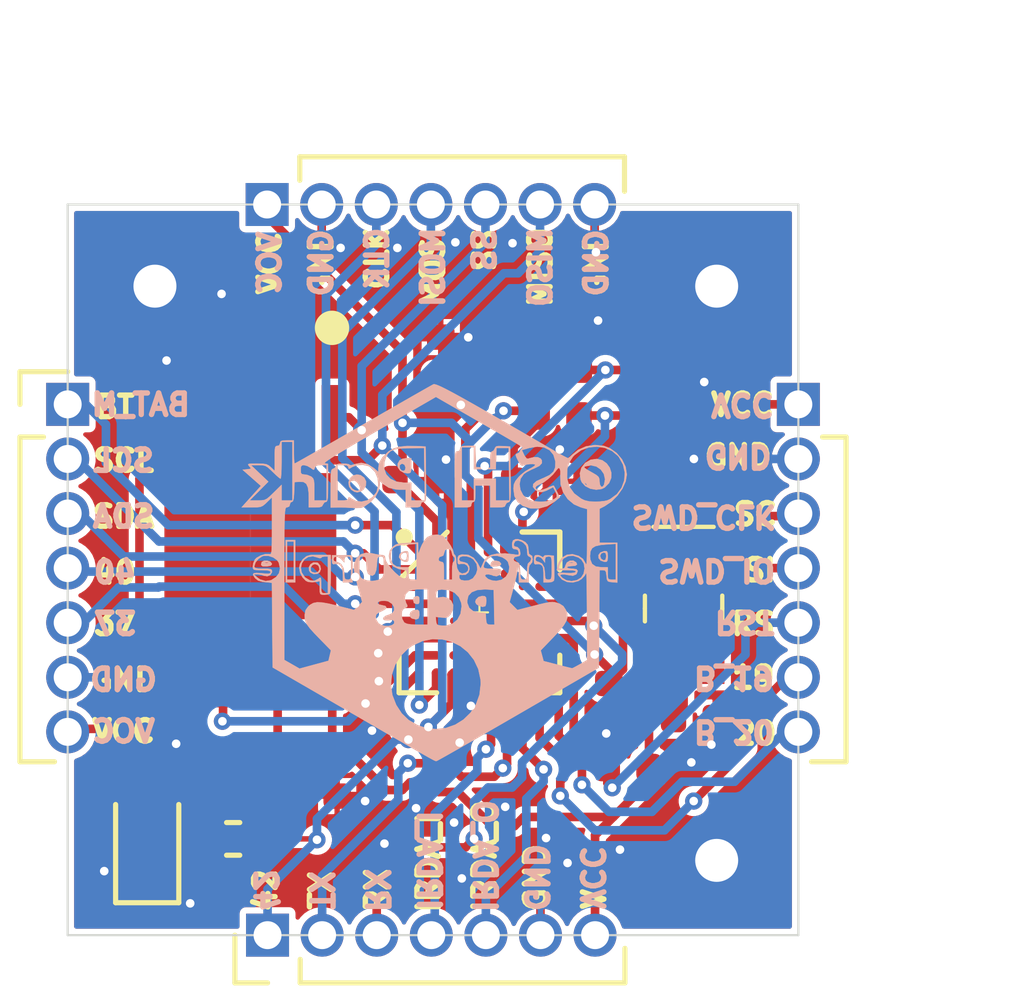
<source format=kicad_pcb>
(kicad_pcb (version 20171130) (host pcbnew 5.1.7+dfsg1-1~bpo10+1)
  (layers (0 F.Cu signal) (31 B.Cu signal) (34 B.Paste user) (35 F.Paste user) (36 B.SilkS user) (37 F.SilkS user) (38 B.Mask user) (39 F.Mask user) (44 Edge.Cuts user))
  (net 0 "")
  (net 1 GND)
  (net 2 VCC)
  (net 3 /SCL)
  (net 4 /SDA)
  (net 5 /42)
  (net 6 /X0)
  (net 7 /X1)
  (net 8 /40)
  (net 9 /37)
  (net 10 /HS_OSC_9)
  (net 11 /RST)
  (net 12 /B_20)
  (net 13 /B_19)
  (net 14 "Net-(R2-Pad2)")
  (net 15 "Net-(R3-Pad2)")
  (net 16 /BAT_M)
  (net 17 /MOSI)
  (net 18 /SS)
  (net 19 /CLK)
  (net 20 /MISO)
  (net 21 /IrDA_I)
  (net 22 /TX)
  (net 23 /RX)
  (net 24 /IrDA_O)
  (net 25 /SWD_CLK)
  (net 26 /SWD_IO)
  (net 27 "Net-(D1-Pad2)")
  (module Connector_PinHeader_1.27mm:PinHeader_1x07_P1.27mm_Vertical (layer F.Cu) (at 89.55 82.74 90)
    (fp_text reference J3 hide)
    (fp_text value BOTTOM hide)
    (pad 1 thru_hole rect (at 0 0 90) (size 1 1) (drill 0.65) (layers *.Cu *.Mask) (net 5 /42))
    (pad 2 thru_hole oval (at 0 1.27 90) (size 1 1) (drill 0.65) (layers *.Cu *.Mask) (net 22 /TX))
    (pad 3 thru_hole oval (at 0 2.54 90) (size 1 1) (drill 0.65) (layers *.Cu *.Mask) (net 23 /RX))
    (pad 4 thru_hole oval (at 0 3.81 90) (size 1 1) (drill 0.65) (layers *.Cu *.Mask) (net 21 /IrDA_I))
    (pad 5 thru_hole oval (at 0 5.08 90) (size 1 1) (drill 0.65) (layers *.Cu *.Mask) (net 24 /IrDA_O))
    (pad 6 thru_hole oval (at 0 6.35 90) (size 1 1) (drill 0.65) (layers *.Cu *.Mask) (net 1 GND))
    (pad 7 thru_hole oval (at 0 7.62 90) (size 1 1) (drill 0.65) (layers *.Cu *.Mask) (net 2 VCC))
  )
  (module Connector_PinHeader_1.27mm:PinHeader_1x07_P1.27mm_Vertical (layer F.Cu) (at 101.9 70.39)
    (fp_text reference J2 hide)
    (fp_text value RIGHT hide)
    (pad 7 thru_hole oval (at 0 7.62) (size 1 1) (drill 0.65) (layers *.Cu *.Mask) (net 12 /B_20))
    (pad 6 thru_hole oval (at 0 6.35) (size 1 1) (drill 0.65) (layers *.Cu *.Mask) (net 13 /B_19))
    (pad 5 thru_hole oval (at 0 5.08) (size 1 1) (drill 0.65) (layers *.Cu *.Mask) (net 11 /RST))
    (pad 4 thru_hole oval (at 0 3.81) (size 1 1) (drill 0.65) (layers *.Cu *.Mask) (net 26 /SWD_IO))
    (pad 3 thru_hole oval (at 0 2.54) (size 1 1) (drill 0.65) (layers *.Cu *.Mask) (net 25 /SWD_CLK))
    (pad 2 thru_hole oval (at 0 1.27) (size 1 1) (drill 0.65) (layers *.Cu *.Mask) (net 1 GND))
    (pad 1 thru_hole rect (at 0 0) (size 1 1) (drill 0.65) (layers *.Cu *.Mask) (net 2 VCC))
  )
  (module Connector_PinHeader_1.27mm:PinHeader_1x07_P1.27mm_Vertical (layer F.Cu) (at 89.54 65.74 90)
    (fp_text reference J1 hide)
    (fp_text value TOP hide)
    (pad 1 thru_hole rect (at 0 0 90) (size 1 1) (drill 0.65) (layers *.Cu *.Mask) (net 2 VCC))
    (pad 2 thru_hole oval (at 0 1.27 90) (size 1 1) (drill 0.65) (layers *.Cu *.Mask) (net 1 GND))
    (pad 3 thru_hole oval (at 0 2.54 90) (size 1 1) (drill 0.65) (layers *.Cu *.Mask) (net 19 /CLK))
    (pad 4 thru_hole oval (at 0 3.81 90) (size 1 1) (drill 0.65) (layers *.Cu *.Mask) (net 17 /MOSI))
    (pad 5 thru_hole oval (at 0 5.08 90) (size 1 1) (drill 0.65) (layers *.Cu *.Mask) (net 18 /SS))
    (pad 6 thru_hole oval (at 0 6.35 90) (size 1 1) (drill 0.65) (layers *.Cu *.Mask) (net 20 /MISO))
    (pad 7 thru_hole oval (at 0 7.62 90) (size 1 1) (drill 0.65) (layers *.Cu *.Mask) (net 1 GND))
  )
  (module Connector_PinHeader_1.27mm:PinHeader_1x07_P1.27mm_Vertical (layer F.Cu) (at 84.9 70.39)
    (fp_text reference J4 hide)
    (fp_text value LEFT hide)
    (pad 7 thru_hole oval (at 0 7.62) (size 1 1) (drill 0.65) (layers *.Cu *.Mask) (net 2 VCC))
    (pad 6 thru_hole oval (at 0 6.35) (size 1 1) (drill 0.65) (layers *.Cu *.Mask) (net 1 GND))
    (pad 5 thru_hole oval (at 0 5.08) (size 1 1) (drill 0.65) (layers *.Cu *.Mask) (net 9 /37))
    (pad 4 thru_hole oval (at 0 3.81) (size 1 1) (drill 0.65) (layers *.Cu *.Mask) (net 8 /40))
    (pad 3 thru_hole oval (at 0 2.54) (size 1 1) (drill 0.65) (layers *.Cu *.Mask) (net 4 /SDA))
    (pad 2 thru_hole oval (at 0 1.27) (size 1 1) (drill 0.65) (layers *.Cu *.Mask) (net 3 /SCL))
    (pad 1 thru_hole rect (at 0 0) (size 1 1) (drill 0.65) (layers *.Cu *.Mask) (net 16 /BAT_M))
  )
  (module parts:OSH_10x10 (layer B.Cu) (at 93.4 74.5 180)
    (fp_text reference G*** hide)
    (fp_text value LOGO hide)
  )
  (module BGA64:BGA-64_3.5x3.5mm_Layout8x8_P0.4mm_cheap (layer F.Cu) (at 94.48 75.23)
    (fp_text reference IC1 hide)
    (fp_text value EOS-S3-BGA64)
    (pad A5 smd circle (at 0.2 -1.4) (size 0.17 0.17) (layers F.Cu F.Paste F.Mask) (net 25 /SWD_CLK))
    (pad G4 smd circle (at -0.2 1) (size 0.17 0.17) (layers F.Cu F.Paste F.Mask) (net 1 GND))
    (pad H5 smd circle (at 0.2 1.4) (size 0.17 0.17) (layers F.Cu F.Paste F.Mask) (net 21 /IrDA_I))
    (pad H7 smd circle (at 1 1.4) (size 0.17 0.17) (layers F.Cu F.Paste F.Mask) (net 24 /IrDA_O))
    (pad H6 smd circle (at 0.6 1.4) (size 0.17 0.17) (layers F.Cu F.Paste F.Mask) (net 22 /TX))
    (pad H4 smd circle (at -0.2 1.4) (size 0.17 0.17) (layers F.Cu F.Paste F.Mask) (net 1 GND))
    (pad F6 smd circle (at 0.6 0.6) (size 0.17 0.17) (layers F.Cu F.Paste F.Mask) (net 2 VCC))
    (pad F5 smd circle (at 0.2 0.6) (size 0.17 0.17) (layers F.Cu F.Paste F.Mask) (net 2 VCC))
    (pad F4 smd circle (at -0.2 0.6) (size 0.17 0.17) (layers F.Cu F.Paste F.Mask) (net 2 VCC))
    (pad F1 smd circle (at -1.4 0.6) (size 0.17 0.17) (layers F.Cu F.Paste F.Mask) (net 19 /CLK))
    (pad F2 smd circle (at -1 0.6) (size 0.17 0.17) (layers F.Cu F.Paste F.Mask) (net 19 /CLK))
    (pad E8 smd circle (at 1.4 0.2) (size 0.17 0.17) (layers F.Cu F.Paste F.Mask) (net 23 /RX))
    (pad D5 smd circle (at 0.2 -0.2) (size 0.17 0.17) (layers F.Cu F.Paste F.Mask) (net 1 GND))
    (pad D1 smd circle (at -1.4 -0.2) (size 0.17 0.17) (layers F.Cu F.Paste F.Mask) (net 8 /40))
    (pad C5 smd circle (at 0.2 -0.6) (size 0.17 0.17) (layers F.Cu F.Paste F.Mask))
    (pad C3 smd circle (at -0.6 -0.6) (size 0.17 0.17) (layers F.Cu F.Paste F.Mask) (net 1 GND))
    (pad B5 smd circle (at 0.2 -1) (size 0.17 0.17) (layers F.Cu F.Paste F.Mask))
    (pad B3 smd circle (at -0.6 -1) (size 0.17 0.17) (layers F.Cu F.Paste F.Mask) (net 1 GND))
    (pad B2 smd circle (at -1 -1) (size 0.17 0.17) (layers F.Cu F.Paste F.Mask) (net 2 VCC))
    (pad A4 smd circle (at -0.2 -1.4) (size 0.17 0.17) (layers F.Cu F.Paste F.Mask) (net 10 /HS_OSC_9))
    (pad A3 smd circle (at -0.6 -1.4) (size 0.17 0.17) (layers F.Cu F.Paste F.Mask) (net 1 GND))
    (pad A2 smd circle (at -1 -1.4) (size 0.17 0.17) (layers F.Cu F.Paste F.Mask) (net 2 VCC))
    (pad A1 smd circle (at -1.4 -1.4) (size 0.17 0.17) (layers F.Cu F.Paste F.Mask) (net 16 /BAT_M))
    (pad B1 smd circle (at -1.4 -1) (size 0.17 0.17) (layers F.Cu F.Paste F.Mask) (net 3 /SCL))
    (pad C1 smd circle (at -1.4 -0.6) (size 0.17 0.17) (layers F.Cu F.Paste F.Mask) (net 4 /SDA))
    (pad H1 smd circle (at -1.4 1.4) (size 0.17 0.17) (layers F.Cu F.Paste F.Mask) (net 5 /42))
    (pad C2 smd circle (at -1 -0.6) (size 0.17 0.17) (layers F.Cu F.Paste F.Mask) (net 2 VCC))
    (pad D2 smd circle (at -1 -0.2) (size 0.17 0.17) (layers F.Cu F.Paste F.Mask) (net 8 /40))
    (pad E2 smd circle (at -1 0.2) (size 0.17 0.17) (layers F.Cu F.Paste F.Mask) (net 17 /MOSI))
    (pad G2 smd circle (at -1 1) (size 0.17 0.17) (layers F.Cu F.Paste F.Mask) (net 9 /37))
    (pad H2 smd circle (at -1 1.4) (size 0.17 0.17) (layers F.Cu F.Paste F.Mask) (net 18 /SS))
    (pad D3 smd circle (at -0.6 -0.2) (size 0.17 0.17) (layers F.Cu F.Paste F.Mask) (net 1 GND))
    (pad E3 smd circle (at -0.6 0.2) (size 0.17 0.17) (layers F.Cu F.Paste F.Mask))
    (pad F3 smd circle (at -0.6 0.6) (size 0.17 0.17) (layers F.Cu F.Paste F.Mask) (net 19 /CLK))
    (pad G3 smd circle (at -0.6 1) (size 0.17 0.17) (layers F.Cu F.Paste F.Mask) (net 1 GND))
    (pad H3 smd circle (at -0.6 1.4) (size 0.17 0.17) (layers F.Cu F.Paste F.Mask) (net 20 /MISO))
    (pad B4 smd circle (at -0.2 -1) (size 0.17 0.17) (layers F.Cu F.Paste F.Mask) (net 10 /HS_OSC_9))
    (pad C4 smd circle (at -0.2 -0.6) (size 0.17 0.17) (layers F.Cu F.Paste F.Mask) (net 10 /HS_OSC_9))
    (pad D4 smd circle (at -0.2 -0.2) (size 0.17 0.17) (layers F.Cu F.Paste F.Mask) (net 1 GND))
    (pad E4 smd circle (at -0.2 0.2) (size 0.17 0.17) (layers F.Cu F.Paste F.Mask) (net 2 VCC))
    (pad D6 smd circle (at 0.6 -0.2) (size 0.17 0.17) (layers F.Cu F.Paste F.Mask) (net 2 VCC))
    (pad E5 smd circle (at 0.2 0.2) (size 0.17 0.17) (layers F.Cu F.Paste F.Mask) (net 1 GND))
    (pad G5 smd circle (at 0.2 1) (size 0.17 0.17) (layers F.Cu F.Paste F.Mask) (net 21 /IrDA_I))
    (pad A6 smd circle (at 0.6 -1.4) (size 0.17 0.17) (layers F.Cu F.Paste F.Mask) (net 2 VCC))
    (pad C6 smd circle (at 0.6 -0.6) (size 0.17 0.17) (layers F.Cu F.Paste F.Mask) (net 26 /SWD_IO))
    (pad E6 smd circle (at 0.6 0.2) (size 0.17 0.17) (layers F.Cu F.Paste F.Mask) (net 2 VCC))
    (pad G6 smd circle (at 0.6 1) (size 0.17 0.17) (layers F.Cu F.Paste F.Mask) (net 22 /TX))
    (pad A7 smd circle (at 1 -1.4) (size 0.17 0.17) (layers F.Cu F.Paste F.Mask) (net 26 /SWD_IO))
    (pad C7 smd circle (at 1 -0.6) (size 0.17 0.17) (layers F.Cu F.Paste F.Mask))
    (pad E7 smd circle (at 1 0.2) (size 0.17 0.17) (layers F.Cu F.Paste F.Mask) (net 23 /RX))
    (pad F7 smd circle (at 1 0.6) (size 0.17 0.17) (layers F.Cu F.Paste F.Mask))
    (pad G7 smd circle (at 1 1) (size 0.17 0.17) (layers F.Cu F.Paste F.Mask) (net 24 /IrDA_O))
    (pad A8 smd circle (at 1.4 -1.4) (size 0.17 0.17) (layers F.Cu F.Paste F.Mask) (net 1 GND))
    (pad B8 smd circle (at 1.4 -1) (size 0.17 0.17) (layers F.Cu F.Paste F.Mask) (net 7 /X1))
    (pad C8 smd circle (at 1.4 -0.6) (size 0.17 0.17) (layers F.Cu F.Paste F.Mask) (net 6 /X0))
    (pad D8 smd circle (at 1.4 -0.2) (size 0.17 0.17) (layers F.Cu F.Paste F.Mask) (net 2 VCC))
    (pad F8 smd circle (at 1.4 0.6) (size 0.17 0.17) (layers F.Cu F.Paste F.Mask) (net 11 /RST))
    (pad G8 smd circle (at 1.4 1) (size 0.17 0.17) (layers F.Cu F.Paste F.Mask) (net 12 /B_20))
    (pad H8 smd circle (at 1.4 1.4) (size 0.17 0.17) (layers F.Cu F.Paste F.Mask) (net 13 /B_19))
  )
  (module Capacitor_SMD:C_0402_1005Metric (layer F.Cu) (at 98.97 72.46)
    (fp_text reference C1 hide)
    (fp_text value 12pF hide)
    (pad 1 smd roundrect (at -0.485 0) (size 0.59 0.64) (layers F.Cu F.Paste F.Mask) (net 7 /X1))
    (pad 2 smd roundrect (at 0.485 0) (size 0.59 0.64) (layers F.Cu F.Paste F.Mask) (net 1 GND))
  )
  (module Capacitor_SMD:C_0402_1005Metric (layer F.Cu) (at 99.48 77.7)
    (fp_text reference C2 hide)
    (fp_text value 12pF hide)
    (pad 2 smd roundrect (at 0.485 0) (size 0.59 0.64) (layers F.Cu F.Paste F.Mask) (net 1 GND))
    (pad 1 smd roundrect (at -0.485 0) (size 0.59 0.64) (layers F.Cu F.Paste F.Mask) (net 6 /X0))
  )
  (module Resistor_SMD:R_0402_1005Metric (layer F.Cu) (at 97.94 78.84 180)
    (fp_text reference R1 hide)
    (fp_text value 10K hide)
    (pad 1 smd roundrect (at -0.485 0 180) (size 0.59 0.64) (layers F.Cu F.Paste F.Mask) (net 2 VCC))
    (pad 2 smd roundrect (at 0.485 0 180) (size 0.59 0.64) (layers F.Cu F.Paste F.Mask) (net 11 /RST))
  )
  (module Resistor_SMD:R_0402_1005Metric (layer F.Cu) (at 90.09 79.02 90)
    (fp_text reference R2 hide)
    (fp_text value 10K hide)
    (pad 2 smd roundrect (at 0.485 0 90) (size 0.59 0.64) (layers F.Cu F.Paste F.Mask) (net 14 "Net-(R2-Pad2)"))
    (pad 1 smd roundrect (at -0.485 0 90) (size 0.59 0.64) (layers F.Cu F.Paste F.Mask) (net 2 VCC))
  )
  (module Resistor_SMD:R_0402_1005Metric (layer F.Cu) (at 89 79.03 90)
    (fp_text reference R3 hide)
    (fp_text value 10K hide)
    (pad 1 smd roundrect (at -0.485 0 90) (size 0.59 0.64) (layers F.Cu F.Paste F.Mask) (net 2 VCC))
    (pad 2 smd roundrect (at 0.485 0 90) (size 0.59 0.64) (layers F.Cu F.Paste F.Mask) (net 15 "Net-(R3-Pad2)"))
  )
  (module quickfeather-board-footprints:GD25Q16CWIG (layer F.Cu) (at 89.15 73.69 270)
    (fp_text reference U1 hide)
    (fp_text value GD25Q16CWIGR hide)
    (pad 1 smd rect (at -3 -1.905) (size 0.5 1.5) (layers F.Cu F.Paste F.Mask) (net 18 /SS))
    (pad 2 smd rect (at -3 -0.635) (size 0.5 1.5) (layers F.Cu F.Paste F.Mask) (net 20 /MISO))
    (pad 3 smd rect (at -3 0.635) (size 0.5 1.5) (layers F.Cu F.Paste F.Mask) (net 15 "Net-(R3-Pad2)"))
    (pad 4 smd rect (at -3 1.905) (size 0.5 1.5) (layers F.Cu F.Paste F.Mask) (net 1 GND))
    (pad 5 smd rect (at 3 1.905) (size 0.5 1.5) (layers F.Cu F.Paste F.Mask) (net 17 /MOSI))
    (pad 6 smd rect (at 3 0.635) (size 0.5 1.5) (layers F.Cu F.Paste F.Mask) (net 19 /CLK))
    (pad 7 smd rect (at 3 -0.635) (size 0.5 1.5) (layers F.Cu F.Paste F.Mask) (net 14 "Net-(R2-Pad2)"))
    (pad 8 smd rect (at 3 -1.905) (size 0.5 1.5) (layers F.Cu F.Paste F.Mask) (net 2 VCC))
    (pad 9 smd rect (at -0.85 -1 270) (size 1.7 2) (layers F.Cu F.Paste F.Mask))
    (pad 9 smd rect (at -0.85 1 270) (size 1.7 2) (layers F.Cu F.Paste F.Mask))
    (pad 9 smd rect (at 0.85 -1 270) (size 1.7 2) (layers F.Cu F.Paste F.Mask))
    (pad 9 smd rect (at 0.85 1 270) (size 1.7 2) (layers F.Cu F.Paste F.Mask))
  )
  (module quickfeather-board-footprints:SMD-2_3.2x1.5mm (layer F.Cu) (at 99.23 75.14 270)
    (fp_text reference Y1 hide)
    (fp_text value ECS-_327-12_5-34B-TR hide)
    (pad 2 smd rect (at 1.205 0 270) (size 1.1 1.9) (layers F.Cu F.Paste F.Mask) (net 6 /X0))
    (pad 1 smd rect (at -1.205 0 270) (size 1.1 1.9) (layers F.Cu F.Paste F.Mask) (net 7 /X1))
  )
  (module Resistor_SMD:R_0402_1005Metric (layer F.Cu) (at 93.58 69.31 90)
    (fp_text reference R4 hide)
    (fp_text value 10K hide)
    (pad 1 smd roundrect (at -0.485 0 90) (size 0.59 0.64) (layers F.Cu F.Paste F.Mask) (net 10 /HS_OSC_9))
    (pad 2 smd roundrect (at 0.485 0 90) (size 0.59 0.64) (layers F.Cu F.Paste F.Mask) (net 1 GND))
  )
  (module Resistor_SMD:R_0402_1005Metric (layer F.Cu) (at 96.31 70.66)
    (fp_text reference R5 hide)
    (fp_text value 10K hide)
    (pad 1 smd roundrect (at -0.485 0) (size 0.59 0.64) (layers F.Cu F.Paste F.Mask) (net 2 VCC))
    (pad 2 smd roundrect (at 0.485 0) (size 0.59 0.64) (layers F.Cu F.Paste F.Mask) (net 26 /SWD_IO))
  )
  (module Resistor_SMD:R_0402_1005Metric (layer F.Cu) (at 96.32 69.57)
    (fp_text reference R6 hide)
    (fp_text value 10K hide)
    (pad 2 smd roundrect (at 0.485 0) (size 0.59 0.64) (layers F.Cu F.Paste F.Mask) (net 25 /SWD_CLK))
    (pad 1 smd roundrect (at -0.485 0) (size 0.59 0.64) (layers F.Cu F.Paste F.Mask) (net 2 VCC))
  )
  (module Capacitor_SMD:C_0402_1005Metric (layer F.Cu) (at 95.76 72.18 180)
    (fp_text reference C3 hide)
    (fp_text value 100n hide)
    (pad 1 smd roundrect (at -0.485 0 180) (size 0.59 0.64) (layers F.Cu F.Paste F.Mask) (net 1 GND))
    (pad 2 smd roundrect (at 0.485 0 180) (size 0.59 0.64) (layers F.Cu F.Paste F.Mask) (net 2 VCC))
  )
  (module Capacitor_SMD:C_0402_1005Metric (layer F.Cu) (at 97.49 77.37 90)
    (fp_text reference C4 hide)
    (fp_text value 100n hide)
    (pad 2 smd roundrect (at 0.485 0 90) (size 0.59 0.64) (layers F.Cu F.Paste F.Mask) (net 2 VCC))
    (pad 1 smd roundrect (at -0.485 0 90) (size 0.59 0.64) (layers F.Cu F.Paste F.Mask) (net 1 GND))
  )
  (module Capacitor_SMD:C_0402_1005Metric (layer F.Cu) (at 93 72.14 180)
    (fp_text reference C5 hide)
    (fp_text value 100n hide)
    (pad 1 smd roundrect (at -0.485 0 180) (size 0.59 0.64) (layers F.Cu F.Paste F.Mask) (net 1 GND))
    (pad 2 smd roundrect (at 0.485 0 180) (size 0.59 0.64) (layers F.Cu F.Paste F.Mask) (net 2 VCC))
  )
  (module Capacitor_SMD:C_0402_1005Metric (layer F.Cu) (at 91.17 79.02 90)
    (fp_text reference C6 hide)
    (fp_text value 100n hide)
    (pad 2 smd roundrect (at 0.485 0 90) (size 0.59 0.64) (layers F.Cu F.Paste F.Mask) (net 2 VCC))
    (pad 1 smd roundrect (at -0.485 0 90) (size 0.59 0.64) (layers F.Cu F.Paste F.Mask) (net 1 GND))
  )
  (module LED_SMD:LED_0603_1608Metric (layer F.Cu) (at 86.75 80.5 90)
    (fp_text reference D1 hide)
    (fp_text value LED hide)
    (pad 1 smd roundrect (at -0.7875 0 90) (size 0.875 0.95) (layers F.Cu F.Paste F.Mask) (net 1 GND))
    (pad 2 smd roundrect (at 0.7875 0 90) (size 0.875 0.95) (layers F.Cu F.Paste F.Mask) (net 27 "Net-(D1-Pad2)"))
  )
  (module Resistor_SMD:R_0402_1005Metric (layer F.Cu) (at 88.75 80.5)
    (fp_text reference R7 hide)
    (fp_text value R300 hide)
    (pad 1 smd roundrect (at -0.51 0) (size 0.54 0.64) (layers F.Cu F.Paste F.Mask) (net 27 "Net-(D1-Pad2)"))
    (pad 2 smd roundrect (at 0.51 0) (size 0.54 0.64) (layers F.Cu F.Paste F.Mask) (net 5 /42))
  )
  (gr_text 20 (at 100.9 78.05) (layer F.SilkS) (effects (font (size 0.5 0.5) (thickness 0.125))))
  (gr_text 19 (at 100.85 76.75) (layer F.SilkS) (effects (font (size 0.5 0.5) (thickness 0.125))))
  (gr_text RS (at 100.85 75.5) (layer F.SilkS) (effects (font (size 0.5 0.5) (thickness 0.125))))
  (gr_text SI (at 101 74.25) (layer F.SilkS) (effects (font (size 0.5 0.5) (thickness 0.125))))
  (gr_text SC (at 100.9 72.95) (layer F.SilkS) (effects (font (size 0.5 0.5) (thickness 0.125))))
  (gr_text BT (at 86 70.45) (layer F.SilkS) (effects (font (size 0.5 0.5) (thickness 0.125))))
  (gr_text SCL (at 86.2 71.7) (layer F.SilkS) (effects (font (size 0.5 0.5) (thickness 0.125))))
  (gr_text SDA (at 86.2 73) (layer F.SilkS) (effects (font (size 0.5 0.5) (thickness 0.125))))
  (gr_text 40 (at 86 74.3) (layer F.SilkS) (effects (font (size 0.5 0.5) (thickness 0.125))))
  (gr_text 37 (at 86 75.5) (layer F.SilkS) (effects (font (size 0.5 0.5) (thickness 0.125))))
  (gr_text GND (at 86.2 76.8) (layer F.SilkS) (effects (font (size 0.5 0.5) (thickness 0.125))))
  (gr_text VCC (at 86.2 78) (layer F.SilkS) (effects (font (size 0.5 0.5) (thickness 0.125))))
  (gr_text 42 (at 89.5 81.7 90) (layer F.SilkS) (effects (font (size 0.5 0.5) (thickness 0.125))))
  (gr_text TX (at 90.8 81.7 90) (layer F.SilkS) (effects (font (size 0.5 0.5) (thickness 0.125))))
  (gr_text RX (at 92.1 81.7 90) (layer F.SilkS) (effects (font (size 0.5 0.5) (thickness 0.125))))
  (gr_text IRDA_I (at 93.3 81.05 90) (layer F.SilkS) (effects (font (size 0.5 0.5) (thickness 0.125))))
  (gr_text IRDA_O (at 94.6 80.9 90) (layer F.SilkS) (effects (font (size 0.5 0.5) (thickness 0.125))))
  (gr_text GND (at 95.8 81.4 90) (layer F.SilkS) (effects (font (size 0.5 0.5) (thickness 0.125))))
  (gr_text VCC (at 97.15 81.4 90) (layer F.SilkS) (effects (font (size 0.5 0.5) (thickness 0.125))))
  (gr_text GND (at 100.5 71.6) (layer F.SilkS) (effects (font (size 0.5 0.5) (thickness 0.125))))
  (gr_text VCC (at 100.6 70.4) (layer F.SilkS) (effects (font (size 0.5 0.5) (thickness 0.125))))
  (gr_text MISO (at 95.9 67.2 90) (layer F.SilkS) (effects (font (size 0.5 0.5) (thickness 0.125))))
  (gr_text SS (at 94.6 66.8 90) (layer F.SilkS) (effects (font (size 0.5 0.5) (thickness 0.125))))
  (gr_text MOSI (at 93.4 67.2 90) (layer F.SilkS) (effects (font (size 0.5 0.5) (thickness 0.125))))
  (gr_text CLK (at 92.1 67 90) (layer F.SilkS) (effects (font (size 0.5 0.5) (thickness 0.125))))
  (gr_text GND (at 90.8 67.1 90) (layer F.SilkS) (effects (font (size 0.5 0.5) (thickness 0.125))))
  (gr_text VCC (at 89.6 67.1 90) (layer F.SilkS) (effects (font (size 0.5 0.5) (thickness 0.125))))
  (gr_text GND (at 97.2 67.1 90) (layer F.SilkS) (effects (font (size 0.5 0.5) (thickness 0.125))))
  (gr_text GND (at 97.2 67.1 90) (layer B.SilkS) (effects (font (size 0.5 0.5) (thickness 0.125)) (justify mirror)))
  (gr_text MISO (at 95.9 67.2 90) (layer B.SilkS) (effects (font (size 0.5 0.5) (thickness 0.125)) (justify mirror)))
  (gr_text SS (at 94.6 66.8 90) (layer B.SilkS) (effects (font (size 0.5 0.5) (thickness 0.125)) (justify mirror)))
  (gr_text MOSI (at 93.4 67.2 90) (layer B.SilkS) (effects (font (size 0.5 0.5) (thickness 0.125)) (justify mirror)))
  (gr_text CLK (at 92.1 67 90) (layer B.SilkS) (effects (font (size 0.5 0.5) (thickness 0.125)) (justify mirror)))
  (gr_text GND (at 90.8 67.1 90) (layer B.SilkS) (effects (font (size 0.5 0.5) (thickness 0.125)) (justify mirror)))
  (gr_text VCC (at 89.6 67.1 90) (layer B.SilkS) (effects (font (size 0.5 0.5) (thickness 0.125)) (justify mirror)))
  (gr_text BAT_M (at 86.6 70.4) (layer B.SilkS) (effects (font (size 0.5 0.5) (thickness 0.125)) (justify mirror)))
  (gr_text SCL (at 86.2 71.7) (layer B.SilkS) (effects (font (size 0.5 0.5) (thickness 0.125)) (justify mirror)))
  (gr_text SDA (at 86.2 73) (layer B.SilkS) (effects (font (size 0.5 0.5) (thickness 0.125)) (justify mirror)))
  (gr_text 40 (at 86 74.3) (layer B.SilkS) (effects (font (size 0.5 0.5) (thickness 0.125)) (justify mirror)))
  (gr_text 37 (at 86 75.5) (layer B.SilkS) (effects (font (size 0.5 0.5) (thickness 0.125)) (justify mirror)))
  (gr_text GND (at 86.2 76.8) (layer B.SilkS) (effects (font (size 0.5 0.5) (thickness 0.125)) (justify mirror)))
  (gr_text VCC (at 86.2 78) (layer B.SilkS) (effects (font (size 0.5 0.5) (thickness 0.125)) (justify mirror)))
  (gr_text 42 (at 89.5 81.7 270) (layer B.SilkS) (effects (font (size 0.5 0.5) (thickness 0.125)) (justify mirror)))
  (gr_text TX (at 90.8 81.7 270) (layer B.SilkS) (effects (font (size 0.5 0.5) (thickness 0.125)) (justify mirror)))
  (gr_text RX (at 92.1 81.7 270) (layer B.SilkS) (effects (font (size 0.5 0.5) (thickness 0.125)) (justify mirror)))
  (gr_text IRDA_I (at 93.3 81 270) (layer B.SilkS) (effects (font (size 0.5 0.5) (thickness 0.125)) (justify mirror)))
  (gr_text IRDA_O (at 94.6 80.9 270) (layer B.SilkS) (effects (font (size 0.5 0.5) (thickness 0.125)) (justify mirror)))
  (gr_text GND (at 95.8 81.4 270) (layer B.SilkS) (effects (font (size 0.5 0.5) (thickness 0.125)) (justify mirror)))
  (gr_text VCC (at 97.1 81.4 270) (layer B.SilkS) (effects (font (size 0.5 0.5) (thickness 0.125)) (justify mirror)))
  (gr_text B_20 (at 100.4 78 180) (layer B.SilkS) (effects (font (size 0.5 0.5) (thickness 0.125)) (justify mirror)))
  (gr_text B_19 (at 100.4 76.75 180) (layer B.SilkS) (effects (font (size 0.5 0.5) (thickness 0.125)) (justify mirror)))
  (gr_text RST (at 100.65 75.45 180) (layer B.SilkS) (effects (font (size 0.5 0.5) (thickness 0.125)) (justify mirror)))
  (gr_text SWD_IO (at 100 74.25 180) (layer B.SilkS) (effects (font (size 0.5 0.5) (thickness 0.125)) (justify mirror)))
  (gr_text SWD_CLK (at 99.7 73 180) (layer B.SilkS) (effects (font (size 0.5 0.5) (thickness 0.125)) (justify mirror)))
  (gr_text GND (at 100.5 71.6 180) (layer B.SilkS) (effects (font (size 0.5 0.5) (thickness 0.125)) (justify mirror)))
  (gr_text VCC (at 100.6 70.4 180) (layer B.SilkS) (effects (font (size 0.5 0.5) (thickness 0.125)) (justify mirror)))
  (gr_line (start 84.9 82.74) (end 84.9 65.74) (layer Edge.Cuts) (width 0.05))
  (gr_line (start 101.9 82.74) (end 84.9 82.74) (layer Edge.Cuts) (width 0.05))
  (gr_line (start 101.9 65.74) (end 101.9 82.74) (layer Edge.Cuts) (width 0.05))
  (gr_line (start 84.9 65.74) (end 101.9 65.74) (layer Edge.Cuts) (width 0.05))
  (segment (start 94.68 75.03) (end 94.28 75.03) (width 0.2) (layer F.Cu) (net 1))
  (segment (start 94.28 75.03) (end 93.88 75.03) (width 0.2) (layer F.Cu) (net 1))
  (segment (start 94.68 75.03) (end 94.68 75.43) (width 0.2) (layer F.Cu) (net 1))
  (segment (start 93.88 74.63) (end 93.88 74.23) (width 0.2) (layer F.Cu) (net 1))
  (segment (start 94.28 76.23) (end 94.28 76.63) (width 0.2) (layer F.Cu) (net 1))
  (segment (start 93.88 74.23) (end 93.88 73.83) (width 0.2) (layer F.Cu) (net 1))
  (segment (start 93.88 76.23) (end 94.28 76.23) (width 0.2) (layer F.Cu) (net 1))
  (segment (start 93.88 75.03) (end 93.88 74.63) (width 0.2) (layer F.Cu) (net 1))
  (segment (start 95.960001 72.464999) (end 96.245 72.18) (width 0.2) (layer F.Cu) (net 1))
  (segment (start 95.960001 73.106001) (end 95.960001 72.464999) (width 0.2) (layer F.Cu) (net 1))
  (segment (start 95.88 73.186002) (end 95.960001 73.106001) (width 0.2) (layer F.Cu) (net 1))
  (segment (start 95.88 73.83) (end 95.88 73.186002) (width 0.2) (layer F.Cu) (net 1))
  (segment (start 96.245 72.18) (end 96.245 71.545) (width 0.2) (layer F.Cu) (net 1))
  (via (at 96.35 71.44) (size 0.4) (drill 0.2) (layers F.Cu B.Cu) (net 1))
  (segment (start 96.245 71.545) (end 96.35 71.44) (width 0.2) (layer F.Cu) (net 1))
  (via (at 94.22 68.83) (size 0.4) (drill 0.2) (layers F.Cu B.Cu) (net 1))
  (via (at 99.47 71.66) (size 0.4) (drill 0.2) (layers F.Cu B.Cu) (net 1))
  (segment (start 99.455 72.46) (end 99.455 71.675) (width 0.2) (layer F.Cu) (net 1))
  (segment (start 93.74999 72.599988) (end 93.74999 72.40499) (width 0.2) (layer F.Cu) (net 1))
  (segment (start 93.88 72.729998) (end 93.74999 72.599988) (width 0.2) (layer F.Cu) (net 1))
  (segment (start 93.88 73.83) (end 93.88 72.729998) (width 0.2) (layer F.Cu) (net 1))
  (segment (start 93.74999 72.40499) (end 93.485 72.14) (width 0.2) (layer F.Cu) (net 1))
  (via (at 91.82 79.62) (size 0.4) (drill 0.2) (layers F.Cu B.Cu) (net 1))
  (segment (start 91.705 79.505) (end 91.82 79.62) (width 0.2) (layer F.Cu) (net 1))
  (segment (start 91.17 79.505) (end 91.705 79.505) (width 0.2) (layer F.Cu) (net 1))
  (segment (start 94.215 68.825) (end 94.22 68.83) (width 0.2) (layer F.Cu) (net 1))
  (segment (start 93.58 68.825) (end 94.215 68.825) (width 0.2) (layer F.Cu) (net 1))
  (via (at 91.98 77.98) (size 0.4) (drill 0.2) (layers F.Cu B.Cu) (net 1))
  (segment (start 99.47 71.66) (end 101.62499 71.66) (width 0.2) (layer B.Cu) (net 1))
  (via (at 99.71 69.87) (size 0.4) (drill 0.2) (layers F.Cu B.Cu) (net 1))
  (segment (start 99.965 78.218588) (end 99.876794 78.306794) (width 0.2) (layer F.Cu) (net 1))
  (via (at 99.876794 78.306794) (size 0.4) (drill 0.2) (layers F.Cu B.Cu) (net 1))
  (segment (start 99.965 77.7) (end 99.965 78.218588) (width 0.2) (layer F.Cu) (net 1))
  (via (at 96.53 81.06) (size 0.4) (drill 0.2) (layers F.Cu B.Cu) (net 1))
  (segment (start 95.9 81.69) (end 95.9 82.46499) (width 0.2) (layer F.Cu) (net 1))
  (segment (start 96.53 81.06) (end 95.9 81.69) (width 0.2) (layer F.Cu) (net 1))
  (via (at 94.07 81.42) (size 0.4) (drill 0.2) (layers F.Cu B.Cu) (net 1))
  (via (at 93.89 80.12) (size 0.4) (drill 0.2) (layers F.Cu B.Cu) (net 1))
  (via (at 92.27 80.61) (size 0.4) (drill 0.2) (layers F.Cu B.Cu) (net 1))
  (via (at 96.03 80.48) (size 0.4) (drill 0.2) (layers F.Cu B.Cu) (net 1))
  (via (at 99.41 78.72) (size 0.4) (drill 0.2) (layers F.Cu B.Cu) (net 1))
  (via (at 85.75 81.25) (size 0.4) (drill 0.2) (layers F.Cu B.Cu) (net 1))
  (via (at 87.75 82) (size 0.4) (drill 0.2) (layers F.Cu B.Cu) (net 1))
  (segment (start 93.58 68.825) (end 92.845 68.825) (width 0.2) (layer F.Cu) (net 1))
  (segment (start 90.81 66.79) (end 90.81 66.01501) (width 0.2) (layer F.Cu) (net 1))
  (segment (start 92.845 68.825) (end 90.81 66.79) (width 0.2) (layer F.Cu) (net 1))
  (via (at 97.19 66.85) (size 0.4) (drill 0.2) (layers F.Cu B.Cu) (net 1))
  (segment (start 97.16 66.82) (end 97.16 66.01501) (width 0.2) (layer F.Cu) (net 1))
  (segment (start 97.22 66.88) (end 97.16 66.82) (width 0.2) (layer F.Cu) (net 1))
  (via (at 97.24 68.44) (size 0.4) (drill 0.2) (layers F.Cu B.Cu) (net 1))
  (via (at 86.93 67.64) (size 2) (drill 1) (layers F.Cu B.Cu) (net 1))
  (via (at 88.48 67.82) (size 0.4) (drill 0.2) (layers F.Cu B.Cu) (net 1))
  (via (at 87.2 69.37) (size 0.4) (drill 0.2) (layers F.Cu B.Cu) (net 1))
  (via (at 95.25 66.64) (size 0.4) (drill 0.2) (layers F.Cu B.Cu) (net 1))
  (via (at 93.92 66.62) (size 0.4) (drill 0.2) (layers F.Cu B.Cu) (net 1))
  (via (at 92.57 66.75) (size 0.4) (drill 0.2) (layers F.Cu B.Cu) (net 1))
  (segment (start 94.28 76.63) (end 94.28 77.40376) (width 0.2) (layer F.Cu) (net 1))
  (segment (start 94.28 77.40376) (end 94.281495 77.405255) (width 0.2) (layer F.Cu) (net 1))
  (via (at 94.281495 77.405255) (size 0.4) (drill 0.2) (layers F.Cu B.Cu) (net 1))
  (segment (start 97.49 77.987475) (end 97.43036 78.047115) (width 0.2) (layer F.Cu) (net 1))
  (segment (start 97.49 77.855) (end 97.49 77.987475) (width 0.2) (layer F.Cu) (net 1))
  (via (at 97.43036 78.047115) (size 0.4) (drill 0.2) (layers F.Cu B.Cu) (net 1))
  (via (at 95.079846 79.75409) (size 0.4) (drill 0.2) (layers F.Cu B.Cu) (net 1))
  (segment (start 95.079846 80.410154) (end 95.079846 79.75409) (width 0.2) (layer B.Cu) (net 1))
  (segment (start 94.07 81.42) (end 95.079846 80.410154) (width 0.2) (layer B.Cu) (net 1))
  (segment (start 94.281495 77.998505) (end 94.02 78.26) (width 0.2) (layer F.Cu) (net 1))
  (segment (start 94.281495 77.405255) (end 94.281495 77.998505) (width 0.2) (layer F.Cu) (net 1))
  (via (at 94.02 78.26) (size 0.4) (drill 0.2) (layers F.Cu B.Cu) (net 1))
  (via (at 93.005702 79.786119) (size 0.4) (drill 0.2) (layers F.Cu B.Cu) (net 1))
  (segment (start 94.02 78.771821) (end 93.005702 79.786119) (width 0.2) (layer B.Cu) (net 1))
  (segment (start 94.02 78.26) (end 94.02 78.771821) (width 0.2) (layer B.Cu) (net 1))
  (segment (start 93.005702 79.874298) (end 92.27 80.61) (width 0.2) (layer F.Cu) (net 1))
  (segment (start 93.005702 79.786119) (end 93.005702 79.874298) (width 0.2) (layer F.Cu) (net 1))
  (segment (start 93.556119 79.786119) (end 93.89 80.12) (width 0.2) (layer F.Cu) (net 1))
  (segment (start 93.005702 79.786119) (end 93.556119 79.786119) (width 0.2) (layer F.Cu) (net 1))
  (segment (start 93.89 81.24) (end 94.07 81.42) (width 0.2) (layer B.Cu) (net 1))
  (segment (start 93.89 80.12) (end 93.89 81.24) (width 0.2) (layer B.Cu) (net 1))
  (segment (start 95.09 81.42) (end 96.03 80.48) (width 0.2) (layer F.Cu) (net 1))
  (segment (start 94.07 81.42) (end 95.09 81.42) (width 0.2) (layer F.Cu) (net 1))
  (segment (start 93.702055 70.747696) (end 94.046652 70.403099) (width 0.2) (layer F.Cu) (net 1))
  (via (at 94.046652 70.403099) (size 0.4) (drill 0.2) (layers F.Cu B.Cu) (net 1))
  (segment (start 93.702055 71.67459) (end 93.702055 70.747696) (width 0.2) (layer F.Cu) (net 1))
  (segment (start 93.702055 71.922945) (end 93.702055 71.67459) (width 0.2) (layer F.Cu) (net 1))
  (via (at 93.702055 71.67459) (size 0.4) (drill 0.2) (layers F.Cu B.Cu) (net 1))
  (segment (start 94.22 70.229751) (end 94.046652 70.403099) (width 0.2) (layer B.Cu) (net 1))
  (segment (start 93.485 72.14) (end 93.702055 71.922945) (width 0.2) (layer F.Cu) (net 1))
  (segment (start 94.22 68.83) (end 94.22 70.229751) (width 0.2) (layer B.Cu) (net 1))
  (via (at 87.423206 78.286794) (size 0.4) (drill 0.2) (layers F.Cu B.Cu) (net 1))
  (segment (start 85.17501 76.74) (end 85.876412 76.74) (width 0.2) (layer B.Cu) (net 1))
  (segment (start 85.876412 76.74) (end 87.423206 78.286794) (width 0.2) (layer B.Cu) (net 1))
  (segment (start 86.7125 81.25) (end 86.75 81.2875) (width 0.127) (layer F.Cu) (net 1))
  (segment (start 85.75 81.25) (end 86.7125 81.25) (width 0.127) (layer F.Cu) (net 1))
  (via (at 91.25 66.75) (size 0.4) (drill 0.2) (layers F.Cu B.Cu) (net 1))
  (via (at 100 67.64) (size 2) (drill 1) (layers F.Cu B.Cu) (net 1))
  (segment (start 96.53 81.06) (end 97.44 81.06) (width 0.2) (layer B.Cu) (net 1))
  (via (at 97.75 80.75) (size 0.4) (drill 0.2) (layers F.Cu B.Cu) (net 1))
  (segment (start 97.75 80.433588) (end 97.75 80.75) (width 0.2) (layer F.Cu) (net 1))
  (segment (start 97.44 81.06) (end 97.75 80.75) (width 0.2) (layer B.Cu) (net 1))
  (segment (start 99.876794 78.306794) (end 97.75 80.433588) (width 0.2) (layer F.Cu) (net 1))
  (via (at 100 81) (size 2) (drill 1) (layers F.Cu B.Cu) (net 1))
  (segment (start 93.48 74.63) (end 93.48 73.83) (width 0.2) (layer F.Cu) (net 2))
  (segment (start 95.08 75.03) (end 95.08 75.83) (width 0.2) (layer F.Cu) (net 2))
  (segment (start 95.88 75.03) (end 95.08 75.03) (width 0.2) (layer F.Cu) (net 2))
  (segment (start 95.08 75.83) (end 94.28 75.83) (width 0.2) (layer F.Cu) (net 2))
  (segment (start 94.28 75.83) (end 94.28 75.43) (width 0.2) (layer F.Cu) (net 2))
  (segment (start 95.825 70.66) (end 95.825 70.835) (width 0.2) (layer F.Cu) (net 2))
  (segment (start 95.275 71.385) (end 95.275 72.18) (width 0.2) (layer F.Cu) (net 2))
  (segment (start 95.825 70.835) (end 95.275 71.385) (width 0.2) (layer F.Cu) (net 2))
  (segment (start 95.835 70.65) (end 95.825 70.66) (width 0.2) (layer F.Cu) (net 2))
  (segment (start 95.835 69.57) (end 95.835 70.65) (width 0.2) (layer F.Cu) (net 2))
  (segment (start 95.059999 73.809999) (end 95.059999 72.576615) (width 0.2) (layer F.Cu) (net 2))
  (segment (start 95.059999 72.576615) (end 95.275 72.361614) (width 0.2) (layer F.Cu) (net 2))
  (segment (start 95.275 72.361614) (end 95.275 72.18) (width 0.2) (layer F.Cu) (net 2))
  (segment (start 95.08 73.83) (end 95.059999 73.809999) (width 0.2) (layer F.Cu) (net 2))
  (segment (start 93.48 73.105) (end 92.515 72.14) (width 0.2) (layer F.Cu) (net 2))
  (segment (start 93.48 73.83) (end 93.48 73.105) (width 0.2) (layer F.Cu) (net 2))
  (segment (start 97.82 76.555) (end 97.49 76.885) (width 0.2) (layer F.Cu) (net 2))
  (segment (start 97.82 75.53) (end 97.82 76.555) (width 0.2) (layer F.Cu) (net 2))
  (segment (start 95.88 75.03) (end 97.32 75.03) (width 0.2) (layer F.Cu) (net 2))
  (segment (start 97.32 75.03) (end 97.82 75.53) (width 0.2) (layer F.Cu) (net 2))
  (segment (start 98.425 77.82) (end 98.425 78.84) (width 0.2) (layer F.Cu) (net 2))
  (segment (start 97.49 76.885) (end 98.425 77.82) (width 0.2) (layer F.Cu) (net 2))
  (segment (start 91.17 78.535) (end 90.99 78.535) (width 0.2) (layer F.Cu) (net 2))
  (segment (start 91.17 76.745) (end 91.265 76.65) (width 0.2) (layer F.Cu) (net 2))
  (segment (start 90.08 79.515) (end 90.09 79.505) (width 0.2) (layer F.Cu) (net 2))
  (segment (start 89 79.515) (end 90.08 79.515) (width 0.2) (layer F.Cu) (net 2))
  (segment (start 90.2 79.505) (end 91.17 78.535) (width 0.2) (layer F.Cu) (net 2))
  (segment (start 90.09 79.505) (end 90.2 79.505) (width 0.2) (layer F.Cu) (net 2))
  (segment (start 93.97999 79.41001) (end 93.82501 79.41001) (width 0.2) (layer F.Cu) (net 2))
  (via (at 97.16 76.21) (size 0.4) (drill 0.2) (layers F.Cu B.Cu) (net 2))
  (segment (start 97.49 76.885) (end 97.49 76.54) (width 0.2) (layer F.Cu) (net 2))
  (segment (start 97.49 76.54) (end 97.16 76.21) (width 0.2) (layer F.Cu) (net 2))
  (via (at 95.04 70.54) (size 0.4) (drill 0.2) (layers F.Cu B.Cu) (net 2))
  (segment (start 94.870001 70.709999) (end 95.04 70.54) (width 0.2) (layer B.Cu) (net 2))
  (segment (start 94.833999 70.709999) (end 94.870001 70.709999) (width 0.2) (layer B.Cu) (net 2))
  (segment (start 95.705 70.54) (end 95.825 70.66) (width 0.2) (layer F.Cu) (net 2))
  (segment (start 95.04 70.54) (end 95.705 70.54) (width 0.2) (layer F.Cu) (net 2))
  (segment (start 94.276999 71.266999) (end 94.833999 70.709999) (width 0.2) (layer B.Cu) (net 2))
  (segment (start 91.055 78.42) (end 91.17 78.535) (width 0.2) (layer F.Cu) (net 2))
  (segment (start 91.055 76.69) (end 91.055 78.42) (width 0.2) (layer F.Cu) (net 2))
  (segment (start 98.425 79.16) (end 97.714998 79.870002) (width 0.2) (layer F.Cu) (net 2))
  (segment (start 98.425 78.84) (end 98.425 79.16) (width 0.2) (layer F.Cu) (net 2))
  (segment (start 96.40501 68.99999) (end 99.65999 68.99999) (width 0.2) (layer F.Cu) (net 2))
  (segment (start 95.835 69.57) (end 96.40501 68.99999) (width 0.2) (layer F.Cu) (net 2))
  (segment (start 101.05 70.39) (end 101.62499 70.39) (width 0.2) (layer F.Cu) (net 2))
  (segment (start 99.65999 68.99999) (end 101.05 70.39) (width 0.2) (layer F.Cu) (net 2))
  (segment (start 97.714998 79.870002) (end 97.595 79.99) (width 0.2) (layer F.Cu) (net 2))
  (segment (start 95.295847 80.204091) (end 94.774071 80.204091) (width 0.2) (layer F.Cu) (net 2))
  (segment (start 94.774071 80.204091) (end 93.97999 79.41001) (width 0.2) (layer F.Cu) (net 2))
  (segment (start 95.509938 79.99) (end 95.295847 80.204091) (width 0.2) (layer F.Cu) (net 2))
  (segment (start 97.595 79.99) (end 95.509938 79.99) (width 0.2) (layer F.Cu) (net 2))
  (segment (start 93.536012 79.41001) (end 93.97999 79.41001) (width 0.2) (layer F.Cu) (net 2))
  (segment (start 93.312799 79.186797) (end 93.536012 79.41001) (width 0.2) (layer F.Cu) (net 2))
  (segment (start 91.17 78.535) (end 91.49 78.535) (width 0.2) (layer F.Cu) (net 2))
  (segment (start 92.685309 79.363391) (end 92.861903 79.186797) (width 0.2) (layer F.Cu) (net 2))
  (segment (start 92.861903 79.186797) (end 93.312799 79.186797) (width 0.2) (layer F.Cu) (net 2))
  (segment (start 92.318391 79.363391) (end 92.685309 79.363391) (width 0.2) (layer F.Cu) (net 2))
  (segment (start 91.49 78.535) (end 92.318391 79.363391) (width 0.2) (layer F.Cu) (net 2))
  (segment (start 94.152064 71.391934) (end 94.276999 71.266999) (width 0.2) (layer B.Cu) (net 2))
  (segment (start 94.456001 72.345747) (end 94.152064 72.04181) (width 0.2) (layer B.Cu) (net 2))
  (segment (start 94.456001 73.506001) (end 94.456001 72.345747) (width 0.2) (layer B.Cu) (net 2))
  (segment (start 94.152064 72.04181) (end 94.152064 71.391934) (width 0.2) (layer B.Cu) (net 2))
  (segment (start 97.16 76.21) (end 94.456001 73.506001) (width 0.2) (layer B.Cu) (net 2))
  (segment (start 93.83 70.82) (end 92.69 70.82) (width 0.2) (layer B.Cu) (net 2))
  (via (at 92.69 70.82) (size 0.4) (drill 0.2) (layers F.Cu B.Cu) (net 2))
  (segment (start 89.54 66.01501) (end 92.69 69.16501) (width 0.2) (layer F.Cu) (net 2))
  (segment (start 94.276999 71.266999) (end 93.83 70.82) (width 0.2) (layer B.Cu) (net 2))
  (segment (start 92.69 69.16501) (end 92.69 70.82) (width 0.2) (layer F.Cu) (net 2))
  (segment (start 92.69 71.965) (end 92.69 70.82) (width 0.2) (layer F.Cu) (net 2))
  (segment (start 92.515 72.14) (end 92.69 71.965) (width 0.2) (layer F.Cu) (net 2))
  (segment (start 86.44 77.94) (end 85.17501 77.94) (width 0.2) (layer F.Cu) (net 2))
  (segment (start 88.015 79.515) (end 86.44 77.94) (width 0.2) (layer F.Cu) (net 2))
  (segment (start 89 79.515) (end 88.015 79.515) (width 0.2) (layer F.Cu) (net 2))
  (segment (start 97.714998 79.870002) (end 97.17 80.415) (width 0.2) (layer F.Cu) (net 2))
  (segment (start 97.17 80.415) (end 97.17 82.46499) (width 0.2) (layer F.Cu) (net 2))
  (segment (start 93.08 74.23) (end 92.151964 74.23) (width 0.2) (layer F.Cu) (net 3))
  (via (at 91.589979 73.854815) (size 0.4) (drill 0.2) (layers F.Cu B.Cu) (net 3))
  (segment (start 92.151964 74.23) (end 91.776779 73.854815) (width 0.2) (layer F.Cu) (net 3))
  (segment (start 91.776779 73.854815) (end 91.589979 73.854815) (width 0.2) (layer F.Cu) (net 3))
  (segment (start 85.17501 71.73) (end 87.024978 73.579968) (width 0.2) (layer B.Cu) (net 3))
  (segment (start 91.315132 73.579968) (end 91.589979 73.854815) (width 0.2) (layer B.Cu) (net 3))
  (segment (start 87.024978 73.579968) (end 91.315132 73.579968) (width 0.2) (layer B.Cu) (net 3))
  (segment (start 91.815153 74.63) (end 91.589979 74.404826) (width 0.2) (layer F.Cu) (net 4))
  (via (at 91.589979 74.404826) (size 0.4) (drill 0.2) (layers F.Cu B.Cu) (net 4))
  (segment (start 93.08 74.63) (end 91.815153 74.63) (width 0.2) (layer F.Cu) (net 4))
  (segment (start 86.204989 73.929979) (end 90.83229 73.929979) (width 0.2) (layer B.Cu) (net 4))
  (segment (start 90.83229 73.929979) (end 91.307137 74.404826) (width 0.2) (layer B.Cu) (net 4))
  (segment (start 91.307137 74.404826) (end 91.589979 74.404826) (width 0.2) (layer B.Cu) (net 4))
  (segment (start 85.17501 72.9) (end 86.204989 73.929979) (width 0.2) (layer B.Cu) (net 4))
  (segment (start 90.7 80.033634) (end 92.544023 78.189611) (width 0.2) (layer B.Cu) (net 5))
  (segment (start 89.55 82.46499) (end 89.55 81.67) (width 0.2) (layer B.Cu) (net 5))
  (segment (start 89.55 81.67) (end 90.7 80.52) (width 0.2) (layer B.Cu) (net 5))
  (segment (start 92.626517 77.083483) (end 92.626517 77.989263) (width 0.2) (layer F.Cu) (net 5))
  (segment (start 93.08 76.63) (end 92.626517 77.083483) (width 0.2) (layer F.Cu) (net 5))
  (segment (start 92.544023 78.189611) (end 92.826865 78.189611) (width 0.2) (layer B.Cu) (net 5))
  (segment (start 90.7 80.52) (end 90.7 80.033634) (width 0.2) (layer B.Cu) (net 5))
  (via (at 92.826865 78.189611) (size 0.4) (drill 0.2) (layers F.Cu B.Cu) (net 5))
  (segment (start 92.626517 77.989263) (end 92.826865 78.189611) (width 0.2) (layer F.Cu) (net 5))
  (via (at 90.7 80.52) (size 0.4) (drill 0.2) (layers F.Cu B.Cu) (net 5))
  (segment (start 89.26 80.5) (end 90.68 80.5) (width 0.127) (layer F.Cu) (net 5))
  (segment (start 90.68 80.5) (end 90.7 80.52) (width 0.127) (layer F.Cu) (net 5))
  (segment (start 99.23 75.983996) (end 99.23 76.345) (width 0.2) (layer F.Cu) (net 6))
  (segment (start 95.88 74.63) (end 97.41499 74.63) (width 0.2) (layer F.Cu) (net 6))
  (segment (start 98.38 75.59501) (end 98.38 75.993996) (width 0.2) (layer F.Cu) (net 6))
  (segment (start 97.41499 74.63) (end 98.38 75.59501) (width 0.2) (layer F.Cu) (net 6))
  (segment (start 99.23 77.465) (end 98.995 77.7) (width 0.2) (layer F.Cu) (net 6))
  (segment (start 99.23 76.345) (end 99.23 77.465) (width 0.2) (layer F.Cu) (net 6))
  (segment (start 98.945 74.22) (end 99.23 73.935) (width 0.2) (layer F.Cu) (net 7))
  (segment (start 99.23 73.205) (end 98.485 72.46) (width 0.2) (layer F.Cu) (net 7))
  (segment (start 99.23 73.935) (end 99.23 73.205) (width 0.2) (layer F.Cu) (net 7))
  (segment (start 98.935 74.23) (end 99.23 73.935) (width 0.2) (layer F.Cu) (net 7))
  (segment (start 95.88 74.23) (end 98.935 74.23) (width 0.2) (layer F.Cu) (net 7))
  (segment (start 93.48 75.03) (end 93.08 75.03) (width 0.2) (layer F.Cu) (net 8))
  (via (at 91.589979 75.030002) (size 0.4) (drill 0.2) (layers F.Cu B.Cu) (net 8))
  (segment (start 93.08 75.03) (end 91.589981 75.03) (width 0.2) (layer F.Cu) (net 8))
  (segment (start 91.589981 75.03) (end 91.589979 75.030002) (width 0.2) (layer F.Cu) (net 8))
  (segment (start 91.307137 75.030002) (end 91.589979 75.030002) (width 0.2) (layer B.Cu) (net 8))
  (segment (start 85.17501 74.2) (end 85.254999 74.279989) (width 0.2) (layer B.Cu) (net 8))
  (segment (start 90.557124 74.279989) (end 91.307137 75.030002) (width 0.2) (layer B.Cu) (net 8))
  (segment (start 85.254999 74.279989) (end 90.557124 74.279989) (width 0.2) (layer B.Cu) (net 8))
  (via (at 92.139871 76.829871) (size 0.4) (drill 0.2) (layers F.Cu B.Cu) (net 9))
  (segment (start 93.48 76.23) (end 92.982656 76.23) (width 0.2) (layer F.Cu) (net 9))
  (segment (start 92.382785 76.829871) (end 92.139871 76.829871) (width 0.2) (layer F.Cu) (net 9))
  (segment (start 92.982656 76.23) (end 92.382785 76.829871) (width 0.2) (layer F.Cu) (net 9))
  (segment (start 86.08 74.65) (end 85.26 75.47) (width 0.2) (layer B.Cu) (net 9))
  (segment (start 87.01002 74.65) (end 86.08 74.65) (width 0.2) (layer B.Cu) (net 9))
  (segment (start 85.26 75.47) (end 85.17501 75.47) (width 0.2) (layer B.Cu) (net 9))
  (segment (start 87.03002 74.63) (end 87.01002 74.65) (width 0.2) (layer B.Cu) (net 9))
  (segment (start 92.139871 76.829871) (end 89.94 74.63) (width 0.2) (layer B.Cu) (net 9))
  (segment (start 89.94 74.63) (end 87.03002 74.63) (width 0.2) (layer B.Cu) (net 9))
  (segment (start 94.28 74.63) (end 94.28 74.23) (width 0.2) (layer F.Cu) (net 10))
  (segment (start 94.28 74.23) (end 94.28 73.83) (width 0.2) (layer F.Cu) (net 10))
  (segment (start 94.496654 70.199416) (end 94.092238 69.795) (width 0.2) (layer F.Cu) (net 10))
  (segment (start 94.152065 70.96369) (end 94.496654 70.619101) (width 0.2) (layer F.Cu) (net 10))
  (segment (start 94.092238 69.795) (end 93.58 69.795) (width 0.2) (layer F.Cu) (net 10))
  (segment (start 94.28 72.169744) (end 94.152065 72.041809) (width 0.2) (layer F.Cu) (net 10))
  (segment (start 94.152065 72.041809) (end 94.152065 70.96369) (width 0.2) (layer F.Cu) (net 10))
  (segment (start 94.496654 70.619101) (end 94.496654 70.199416) (width 0.2) (layer F.Cu) (net 10))
  (segment (start 94.28 73.83) (end 94.28 72.169744) (width 0.2) (layer F.Cu) (net 10))
  (segment (start 97.455 79.195424) (end 97.569783 79.310207) (width 0.2) (layer F.Cu) (net 11))
  (via (at 97.569783 79.310207) (size 0.4) (drill 0.2) (layers F.Cu B.Cu) (net 11))
  (segment (start 96.673639 77.956396) (end 97.455 78.737757) (width 0.2) (layer F.Cu) (net 11))
  (segment (start 96.673639 75.933659) (end 96.673639 77.956396) (width 0.2) (layer F.Cu) (net 11))
  (segment (start 97.455 78.737757) (end 97.455 78.84) (width 0.2) (layer F.Cu) (net 11))
  (segment (start 97.455 78.84) (end 97.455 79.195424) (width 0.2) (layer F.Cu) (net 11))
  (segment (start 95.88 75.83) (end 96.56998 75.83) (width 0.2) (layer F.Cu) (net 11))
  (segment (start 96.56998 75.83) (end 96.673639 75.933659) (width 0.2) (layer F.Cu) (net 11))
  (segment (start 100.67 76.20999) (end 97.569783 79.310207) (width 0.2) (layer B.Cu) (net 11))
  (segment (start 101.62499 75.47) (end 100.93 75.47) (width 0.2) (layer B.Cu) (net 11))
  (segment (start 100.67 75.73) (end 100.67 76.20999) (width 0.2) (layer B.Cu) (net 11))
  (segment (start 100.93 75.47) (end 100.67 75.73) (width 0.2) (layer B.Cu) (net 11))
  (via (at 96.864856 79.241691) (size 0.4) (drill 0.2) (layers F.Cu B.Cu) (net 12))
  (segment (start 96.323622 78.101369) (end 96.864856 78.642603) (width 0.2) (layer F.Cu) (net 12))
  (segment (start 96.000208 76.23) (end 96.323622 76.553414) (width 0.2) (layer F.Cu) (net 12))
  (segment (start 95.88 76.23) (end 96.000208 76.23) (width 0.2) (layer F.Cu) (net 12))
  (segment (start 96.864856 78.642603) (end 96.864856 79.241691) (width 0.2) (layer F.Cu) (net 12))
  (segment (start 96.323622 76.553414) (end 96.323622 78.101369) (width 0.2) (layer F.Cu) (net 12))
  (segment (start 99.193999 79.170001) (end 98.494 79.87) (width 0.2) (layer B.Cu) (net 12))
  (segment (start 100.414989 79.170001) (end 99.193999 79.170001) (width 0.2) (layer B.Cu) (net 12))
  (segment (start 97.493165 79.87) (end 96.864856 79.241691) (width 0.2) (layer B.Cu) (net 12))
  (segment (start 101.62499 77.96) (end 100.414989 79.170001) (width 0.2) (layer B.Cu) (net 12))
  (segment (start 98.494 79.87) (end 97.493165 79.87) (width 0.2) (layer B.Cu) (net 12))
  (via (at 96.361063 79.49999) (size 0.4) (drill 0.2) (layers F.Cu B.Cu) (net 13))
  (segment (start 96.44973 78.722467) (end 96.44973 79.067967) (width 0.2) (layer F.Cu) (net 13))
  (segment (start 96.361063 79.156634) (end 96.361063 79.49999) (width 0.2) (layer F.Cu) (net 13))
  (segment (start 95.88 76.63) (end 95.88 78.152737) (width 0.2) (layer F.Cu) (net 13))
  (segment (start 95.88 78.152737) (end 96.44973 78.722467) (width 0.2) (layer F.Cu) (net 13))
  (segment (start 96.44973 79.067967) (end 96.361063 79.156634) (width 0.2) (layer F.Cu) (net 13))
  (via (at 99.465477 79.620013) (size 0.4) (drill 0.2) (layers F.Cu B.Cu) (net 13))
  (segment (start 100.699999 77.680001) (end 100.699999 78.385491) (width 0.2) (layer F.Cu) (net 13))
  (segment (start 101.62499 76.75501) (end 100.699999 77.680001) (width 0.2) (layer F.Cu) (net 13))
  (segment (start 100.699999 78.385491) (end 99.465477 79.620013) (width 0.2) (layer F.Cu) (net 13))
  (segment (start 98.785492 80.299998) (end 99.465477 79.620013) (width 0.2) (layer B.Cu) (net 13))
  (segment (start 97.161071 80.299998) (end 98.785492 80.299998) (width 0.2) (layer B.Cu) (net 13))
  (segment (start 96.361063 79.49999) (end 97.161071 80.299998) (width 0.2) (layer B.Cu) (net 13))
  (segment (start 89.785 78.23) (end 90.09 78.535) (width 0.2) (layer F.Cu) (net 14))
  (segment (start 89.785 76.69) (end 89.785 78.23) (width 0.2) (layer F.Cu) (net 14))
  (segment (start 88.347414 78.545) (end 89 78.545) (width 0.2) (layer F.Cu) (net 15))
  (segment (start 86.979207 77.836793) (end 87.639207 77.836793) (width 0.2) (layer F.Cu) (net 15))
  (segment (start 88.515 71.64) (end 88.415001 71.739999) (width 0.2) (layer F.Cu) (net 15))
  (segment (start 87.639207 77.836793) (end 88.347414 78.545) (width 0.2) (layer F.Cu) (net 15))
  (segment (start 88.415001 71.739999) (end 86.949999 71.739999) (width 0.2) (layer F.Cu) (net 15))
  (segment (start 86.949999 71.739999) (end 86.57 72.119998) (width 0.2) (layer F.Cu) (net 15))
  (segment (start 88.515 70.69) (end 88.515 71.64) (width 0.2) (layer F.Cu) (net 15))
  (segment (start 86.57 72.119998) (end 86.57 77.427586) (width 0.2) (layer F.Cu) (net 15))
  (segment (start 86.57 77.427586) (end 86.979207 77.836793) (width 0.2) (layer F.Cu) (net 15))
  (via (at 91.589979 73.2) (size 0.4) (drill 0.2) (layers F.Cu B.Cu) (net 16))
  (segment (start 92.45 73.2) (end 91.589979 73.2) (width 0.2) (layer F.Cu) (net 16))
  (segment (start 93.08 73.83) (end 92.45 73.2) (width 0.2) (layer F.Cu) (net 16))
  (segment (start 87.24 73.2) (end 91.589979 73.2) (width 0.2) (layer B.Cu) (net 16))
  (segment (start 85.79 71.75) (end 87.24 73.2) (width 0.2) (layer B.Cu) (net 16))
  (segment (start 85.79 70.86) (end 85.79 71.75) (width 0.2) (layer B.Cu) (net 16))
  (segment (start 85.17501 70.41) (end 85.34 70.41) (width 0.2) (layer B.Cu) (net 16))
  (segment (start 85.34 70.41) (end 85.79 70.86) (width 0.2) (layer B.Cu) (net 16))
  (via (at 92.347658 75.675905) (size 0.4) (drill 0.2) (layers F.Cu B.Cu) (net 17))
  (segment (start 87.245 75.74) (end 87.345 75.64) (width 0.2) (layer F.Cu) (net 17))
  (segment (start 87.345 75.64) (end 92.311753 75.64) (width 0.2) (layer F.Cu) (net 17))
  (segment (start 93.48 75.43) (end 92.593563 75.43) (width 0.2) (layer F.Cu) (net 17))
  (segment (start 92.593563 75.43) (end 92.347658 75.675905) (width 0.2) (layer F.Cu) (net 17))
  (segment (start 92.311753 75.64) (end 92.347658 75.675905) (width 0.2) (layer F.Cu) (net 17))
  (segment (start 87.245 76.69) (end 87.245 75.74) (width 0.2) (layer F.Cu) (net 17))
  (segment (start 92.547657 75.475906) (end 92.347658 75.675905) (width 0.2) (layer B.Cu) (net 17))
  (segment (start 93.35 66.66) (end 91.289987 68.720013) (width 0.2) (layer B.Cu) (net 17))
  (segment (start 91.289987 71.639987) (end 92.547657 72.897657) (width 0.2) (layer B.Cu) (net 17))
  (segment (start 93.35 66.01501) (end 93.35 66.66) (width 0.2) (layer B.Cu) (net 17))
  (segment (start 91.289987 68.720013) (end 91.289987 71.639987) (width 0.2) (layer B.Cu) (net 17))
  (segment (start 92.547657 72.897657) (end 92.547657 75.475906) (width 0.2) (layer B.Cu) (net 17))
  (segment (start 93.48 76.63) (end 93.470203 76.639797) (width 0.2) (layer F.Cu) (net 18))
  (segment (start 93.470203 76.997384) (end 93.082247 77.38534) (width 0.2) (layer F.Cu) (net 18))
  (segment (start 93.470203 76.639797) (end 93.470203 76.997384) (width 0.2) (layer F.Cu) (net 18))
  (via (at 93.082247 77.38534) (size 0.4) (drill 0.2) (layers F.Cu B.Cu) (net 18))
  (segment (start 94.62 66.62) (end 91.739989 69.500011) (width 0.2) (layer B.Cu) (net 18))
  (via (at 91.739989 70.990155) (size 0.4) (drill 0.2) (layers F.Cu B.Cu) (net 18))
  (segment (start 91.439834 70.69) (end 91.739989 70.990155) (width 0.2) (layer F.Cu) (net 18))
  (segment (start 91.739989 69.500011) (end 91.739989 70.990155) (width 0.2) (layer B.Cu) (net 18))
  (segment (start 91.055 70.69) (end 91.439834 70.69) (width 0.2) (layer F.Cu) (net 18))
  (segment (start 94.62 66.01501) (end 94.62 66.62) (width 0.2) (layer B.Cu) (net 18))
  (segment (start 93.082247 77.38534) (end 93.082247 72.854939) (width 0.2) (layer B.Cu) (net 18))
  (segment (start 93.082247 72.854939) (end 91.739989 71.512681) (width 0.2) (layer B.Cu) (net 18))
  (segment (start 91.739989 71.512681) (end 91.739989 70.990155) (width 0.2) (layer B.Cu) (net 18))
  (via (at 91.83 77.35) (size 0.4) (drill 0.2) (layers F.Cu B.Cu) (net 19))
  (segment (start 92.039989 72.884979) (end 92.039989 75.270011) (width 0.2) (layer B.Cu) (net 19))
  (segment (start 90.91 67.84) (end 90.91 71.75499) (width 0.2) (layer B.Cu) (net 19))
  (segment (start 93.88 75.83) (end 92.887666 75.83) (width 0.2) (layer F.Cu) (net 19))
  (segment (start 91.630001 77.150001) (end 91.630001 76.674464) (width 0.2) (layer F.Cu) (net 19))
  (segment (start 91.84 75.893589) (end 92.125438 76.179027) (width 0.2) (layer B.Cu) (net 19))
  (segment (start 90.91 71.75499) (end 92.039989 72.884979) (width 0.2) (layer B.Cu) (net 19))
  (segment (start 92.039989 75.270011) (end 91.84 75.47) (width 0.2) (layer B.Cu) (net 19))
  (segment (start 91.630001 76.674464) (end 92.125438 76.179027) (width 0.2) (layer F.Cu) (net 19))
  (segment (start 92.08 66.01501) (end 92.08 66.67) (width 0.2) (layer B.Cu) (net 19))
  (segment (start 91.84 75.47) (end 91.84 75.893589) (width 0.2) (layer B.Cu) (net 19))
  (segment (start 92.08 66.67) (end 90.91 67.84) (width 0.2) (layer B.Cu) (net 19))
  (via (at 92.125438 76.179027) (size 0.4) (drill 0.2) (layers F.Cu B.Cu) (net 19))
  (segment (start 92.538639 76.179027) (end 92.125438 76.179027) (width 0.2) (layer F.Cu) (net 19))
  (segment (start 92.887666 75.83) (end 92.538639 76.179027) (width 0.2) (layer F.Cu) (net 19))
  (segment (start 91.83 77.35) (end 91.630001 77.150001) (width 0.2) (layer F.Cu) (net 19))
  (via (at 88.5 77.76342) (size 0.4) (drill 0.2) (layers F.Cu B.Cu) (net 19))
  (segment (start 88.515 76.69) (end 88.515 77.74842) (width 0.2) (layer F.Cu) (net 19))
  (segment (start 91.41658 77.76342) (end 88.5 77.76342) (width 0.2) (layer B.Cu) (net 19))
  (segment (start 91.83 77.35) (end 91.41658 77.76342) (width 0.2) (layer B.Cu) (net 19))
  (segment (start 88.515 77.74842) (end 88.5 77.76342) (width 0.2) (layer F.Cu) (net 19))
  (segment (start 93.829998 77.359481) (end 93.292542 77.896937) (width 0.2) (layer F.Cu) (net 20))
  (segment (start 93.88 76.63) (end 93.829998 76.680002) (width 0.2) (layer F.Cu) (net 20))
  (via (at 93.292542 77.896937) (size 0.4) (drill 0.2) (layers F.Cu B.Cu) (net 20))
  (segment (start 93.829998 76.680002) (end 93.829998 77.359481) (width 0.2) (layer F.Cu) (net 20))
  (segment (start 95.05 67.34) (end 92.21999 70.17001) (width 0.2) (layer B.Cu) (net 20))
  (segment (start 95.38 67.34) (end 95.05 67.34) (width 0.2) (layer B.Cu) (net 20))
  (segment (start 95.89 66.83) (end 95.38 67.34) (width 0.2) (layer B.Cu) (net 20))
  (segment (start 89.835001 71.690001) (end 91.879747 71.690001) (width 0.2) (layer F.Cu) (net 20))
  (segment (start 92.21999 70.17001) (end 92.21999 71.349758) (width 0.2) (layer B.Cu) (net 20))
  (segment (start 93.292542 77.896937) (end 93.613998 77.575481) (width 0.2) (layer B.Cu) (net 20))
  (segment (start 89.785 71.64) (end 89.835001 71.690001) (width 0.2) (layer F.Cu) (net 20))
  (segment (start 91.879747 71.690001) (end 92.21999 71.349758) (width 0.2) (layer F.Cu) (net 20))
  (segment (start 93.613998 77.575481) (end 93.613998 72.743766) (width 0.2) (layer B.Cu) (net 20))
  (segment (start 93.613998 72.743766) (end 92.21999 71.349758) (width 0.2) (layer B.Cu) (net 20))
  (segment (start 89.785 70.69) (end 89.785 71.64) (width 0.2) (layer F.Cu) (net 20))
  (segment (start 95.89 66.01501) (end 95.89 66.83) (width 0.2) (layer B.Cu) (net 20))
  (via (at 92.21999 71.349758) (size 0.4) (drill 0.2) (layers F.Cu B.Cu) (net 20))
  (segment (start 94.749999 78.294146) (end 94.63 78.414145) (width 0.2) (layer F.Cu) (net 21))
  (via (at 94.63 78.414145) (size 0.4) (drill 0.2) (layers F.Cu B.Cu) (net 21))
  (segment (start 94.749999 77.213995) (end 94.749999 78.294146) (width 0.2) (layer F.Cu) (net 21))
  (segment (start 94.68 77.143996) (end 94.749999 77.213995) (width 0.2) (layer F.Cu) (net 21))
  (segment (start 93.36 82.46499) (end 93.439999 82.384991) (width 0.2) (layer B.Cu) (net 21))
  (segment (start 94.430001 78.926003) (end 94.430001 78.614144) (width 0.2) (layer B.Cu) (net 21))
  (segment (start 94.430001 78.614144) (end 94.63 78.414145) (width 0.2) (layer B.Cu) (net 21))
  (segment (start 93.439999 82.384991) (end 93.439999 79.916005) (width 0.2) (layer B.Cu) (net 21))
  (segment (start 93.439999 79.916005) (end 94.430001 78.926003) (width 0.2) (layer B.Cu) (net 21))
  (segment (start 94.68 76.23) (end 94.68 77.143996) (width 0.2) (layer F.Cu) (net 21))
  (segment (start 95.122254 76.272254) (end 95.122254 78.754965) (width 0.2) (layer F.Cu) (net 22))
  (via (at 95.02314 78.854079) (size 0.4) (drill 0.2) (layers F.Cu B.Cu) (net 22))
  (segment (start 95.122254 78.754965) (end 95.02314 78.854079) (width 0.2) (layer F.Cu) (net 22))
  (segment (start 95.08 76.23) (end 95.122254 76.272254) (width 0.2) (layer F.Cu) (net 22))
  (segment (start 90.82 82.46499) (end 90.82 81.356) (width 0.2) (layer B.Cu) (net 22))
  (segment (start 94.823141 79.054078) (end 94.06008 79.054078) (width 0.2) (layer F.Cu) (net 22))
  (segment (start 95.02314 78.854079) (end 94.823141 79.054078) (width 0.2) (layer F.Cu) (net 22))
  (segment (start 92.591675 78.960801) (end 92.813027 78.739449) (width 0.2) (layer B.Cu) (net 22))
  (segment (start 94.06008 79.054078) (end 93.745451 78.739449) (width 0.2) (layer F.Cu) (net 22))
  (segment (start 90.82 81.356) (end 92.591675 79.584325) (width 0.2) (layer B.Cu) (net 22))
  (segment (start 93.745451 78.739449) (end 92.813027 78.739449) (width 0.2) (layer F.Cu) (net 22))
  (segment (start 92.591675 79.584325) (end 92.591675 78.960801) (width 0.2) (layer B.Cu) (net 22))
  (via (at 92.813027 78.739449) (size 0.4) (drill 0.2) (layers F.Cu B.Cu) (net 22))
  (segment (start 95.88 75.43) (end 96.48 75.43) (width 0.2) (layer F.Cu) (net 23))
  (segment (start 95.48 75.43) (end 95.88 75.43) (width 0.2) (layer F.Cu) (net 23))
  (via (at 97.14 75.54) (size 0.4) (drill 0.2) (layers F.Cu B.Cu) (net 23))
  (segment (start 96.48 75.43) (end 97.03 75.43) (width 0.2) (layer F.Cu) (net 23))
  (segment (start 97.03 75.43) (end 97.14 75.54) (width 0.2) (layer F.Cu) (net 23))
  (via (at 94.355575 80.498014) (size 0.4) (drill 0.2) (layers F.Cu B.Cu) (net 23))
  (segment (start 97.8 76.388599) (end 95.473141 78.715458) (width 0.2) (layer B.Cu) (net 23))
  (segment (start 95.473141 79.07008) (end 95.239141 79.30408) (width 0.2) (layer B.Cu) (net 23))
  (segment (start 94.355575 79.630427) (end 94.355575 80.498014) (width 0.2) (layer B.Cu) (net 23))
  (segment (start 95.473141 78.715458) (end 95.473141 79.07008) (width 0.2) (layer B.Cu) (net 23))
  (segment (start 97.14 75.54) (end 97.8 76.2) (width 0.2) (layer B.Cu) (net 23))
  (segment (start 97.8 76.2) (end 97.8 76.388599) (width 0.2) (layer B.Cu) (net 23))
  (segment (start 95.239141 79.30408) (end 94.681922 79.30408) (width 0.2) (layer B.Cu) (net 23))
  (segment (start 94.681922 79.30408) (end 94.355575 79.630427) (width 0.2) (layer B.Cu) (net 23))
  (segment (start 94.155576 80.698013) (end 94.355575 80.498014) (width 0.2) (layer F.Cu) (net 23))
  (segment (start 92.09 82.46499) (end 92.09 81.69) (width 0.2) (layer F.Cu) (net 23))
  (segment (start 93.081987 80.698013) (end 94.155576 80.698013) (width 0.2) (layer F.Cu) (net 23))
  (segment (start 92.09 81.69) (end 93.081987 80.698013) (width 0.2) (layer F.Cu) (net 23))
  (segment (start 95.48 76.23) (end 95.48 78.389149) (width 0.2) (layer F.Cu) (net 24))
  (segment (start 95.48 78.389149) (end 95.972727 78.881876) (width 0.2) (layer F.Cu) (net 24))
  (via (at 95.972727 78.881876) (size 0.4) (drill 0.2) (layers F.Cu B.Cu) (net 24))
  (segment (start 95.972727 79.164718) (end 95.972727 78.881876) (width 0.2) (layer B.Cu) (net 24))
  (segment (start 95.570001 79.567444) (end 95.972727 79.164718) (width 0.2) (layer B.Cu) (net 24))
  (segment (start 95.570001 80.909999) (end 95.570001 79.567444) (width 0.2) (layer B.Cu) (net 24))
  (segment (start 94.63 82.46499) (end 94.63 81.85) (width 0.2) (layer B.Cu) (net 24))
  (segment (start 94.63 81.85) (end 95.570001 80.909999) (width 0.2) (layer B.Cu) (net 24))
  (via (at 97.41 69.59) (size 0.4) (drill 0.2) (layers F.Cu B.Cu) (net 25))
  (segment (start 96.825 69.59) (end 96.805 69.57) (width 0.2) (layer F.Cu) (net 25))
  (segment (start 97.41 69.59) (end 96.825 69.59) (width 0.2) (layer F.Cu) (net 25))
  (segment (start 100.95 71.90501) (end 100.95 72.99) (width 0.2) (layer F.Cu) (net 25))
  (segment (start 97.41 69.59) (end 98.63499 69.59) (width 0.2) (layer F.Cu) (net 25))
  (segment (start 98.63499 69.59) (end 100.95 71.90501) (width 0.2) (layer F.Cu) (net 25))
  (segment (start 100.95 72.99) (end 101.62499 72.99) (width 0.2) (layer F.Cu) (net 25))
  (segment (start 94.68 73.83) (end 94.68 71.903742) (width 0.2) (layer F.Cu) (net 25))
  (via (at 94.602066 71.825808) (size 0.4) (drill 0.2) (layers F.Cu B.Cu) (net 25))
  (segment (start 97.41 69.59) (end 95.174192 71.825808) (width 0.2) (layer B.Cu) (net 25))
  (segment (start 94.68 71.903742) (end 94.602066 71.825808) (width 0.2) (layer F.Cu) (net 25))
  (segment (start 95.174192 71.825808) (end 94.602066 71.825808) (width 0.2) (layer B.Cu) (net 25))
  (segment (start 95.48 73.83) (end 95.48 73.23) (width 0.2) (layer F.Cu) (net 26))
  (segment (start 95.48 73.925802) (end 95.48 73.83) (width 0.2) (layer F.Cu) (net 26))
  (segment (start 95.08 74.325802) (end 95.48 73.925802) (width 0.2) (layer F.Cu) (net 26))
  (segment (start 95.08 74.63) (end 95.08 74.325802) (width 0.2) (layer F.Cu) (net 26))
  (via (at 95.51 72.89) (size 0.4) (drill 0.2) (layers F.Cu B.Cu) (net 26))
  (segment (start 95.48 73.23) (end 95.48 72.92) (width 0.2) (layer F.Cu) (net 26))
  (segment (start 95.48 72.92) (end 95.51 72.89) (width 0.2) (layer F.Cu) (net 26))
  (segment (start 95.51 72.89) (end 95.64 72.89) (width 0.2) (layer B.Cu) (net 26))
  (via (at 97.4 70.65) (size 0.4) (drill 0.2) (layers F.Cu B.Cu) (net 26))
  (segment (start 95.64 72.89) (end 97.4 71.13) (width 0.2) (layer B.Cu) (net 26))
  (segment (start 97.4 71.13) (end 97.4 70.65) (width 0.2) (layer B.Cu) (net 26))
  (segment (start 96.805 70.65) (end 96.795 70.66) (width 0.2) (layer F.Cu) (net 26))
  (segment (start 97.4 70.65) (end 96.805 70.65) (width 0.2) (layer F.Cu) (net 26))
  (segment (start 99.2 70.65) (end 100.589989 72.039989) (width 0.2) (layer F.Cu) (net 26))
  (segment (start 100.589989 73.734979) (end 101.05501 74.2) (width 0.2) (layer F.Cu) (net 26))
  (segment (start 97.4 70.65) (end 99.2 70.65) (width 0.2) (layer F.Cu) (net 26))
  (segment (start 101.05501 74.2) (end 101.62499 74.2) (width 0.2) (layer F.Cu) (net 26))
  (segment (start 100.589989 72.039989) (end 100.589989 73.734979) (width 0.2) (layer F.Cu) (net 26))
  (segment (start 86.75 79.7125) (end 86.9625 79.7125) (width 0.127) (layer F.Cu) (net 27))
  (segment (start 87.75 80.5) (end 88.24 80.5) (width 0.127) (layer F.Cu) (net 27))
  (segment (start 86.9625 79.7125) (end 87.75 80.5) (width 0.127) (layer F.Cu) (net 27))
  (zone (net 1) (net_name GND) (layer F.Cu) (connect_pads (clearance 0.125)) (min_thickness 0.1) (fill yes (arc_segments 32) (thermal_gap 0.125) (thermal_bridge_width 0.125))
    (polygon (pts (xy 101.889882 82.784808) (xy 84.892596 82.74006) (xy 84.892361 65.72994) (xy 101.910118 65.795192)))
  )
  (zone (net 1) (net_name GND) (layer B.Cu) (connect_pads (clearance 0.125)) (min_thickness 0.1) (fill yes (arc_segments 32) (thermal_gap 0.125) (thermal_bridge_width 0.125))
    (polygon (pts (xy 101.930101 82.734819) (xy 84.917838 82.751877) (xy 84.9 65.741743) (xy 101.8699 65.745181)))
  )
)
</source>
